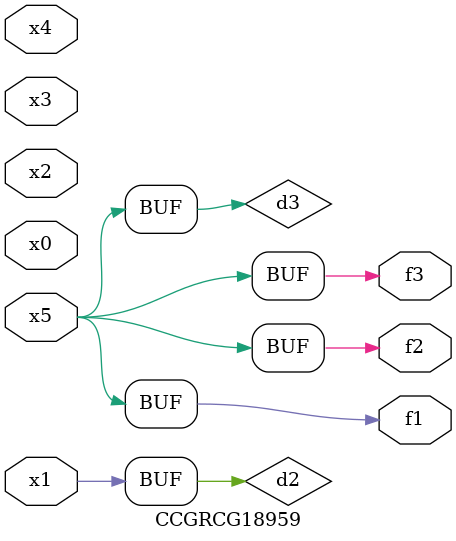
<source format=v>
module CCGRCG18959(
	input x0, x1, x2, x3, x4, x5,
	output f1, f2, f3
);

	wire d1, d2, d3;

	not (d1, x5);
	or (d2, x1);
	xnor (d3, d1);
	assign f1 = d3;
	assign f2 = d3;
	assign f3 = d3;
endmodule

</source>
